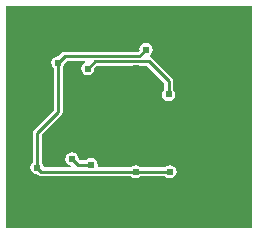
<source format=gbl>
G04*
G04 #@! TF.GenerationSoftware,Altium Limited,Altium Designer,19.0.15 (446)*
G04*
G04 Layer_Physical_Order=4*
G04 Layer_Color=16711680*
%FSLAX24Y24*%
%MOIN*%
G70*
G01*
G75*
%ADD10C,0.0098*%
%ADD40C,0.0240*%
G36*
X4297Y-3706D02*
X-3903D01*
Y3706D01*
X4297D01*
Y-3706D01*
D02*
G37*
%LPC*%
G36*
X758Y2478D02*
X672Y2461D01*
X599Y2413D01*
X551Y2340D01*
X534Y2254D01*
X535Y2246D01*
X468Y2180D01*
X-1959D01*
X-2017Y2168D01*
X-2066Y2135D01*
X-2168Y2034D01*
X-2175Y2035D01*
X-2261Y2018D01*
X-2334Y1970D01*
X-2382Y1897D01*
X-2400Y1811D01*
X-2382Y1725D01*
X-2334Y1652D01*
X-2327Y1648D01*
Y238D01*
X-2984Y-419D01*
X-3017Y-469D01*
X-3029Y-527D01*
Y-1520D01*
X-3035Y-1524D01*
X-3084Y-1597D01*
X-3101Y-1683D01*
X-3084Y-1769D01*
X-3035Y-1842D01*
X-2963Y-1890D01*
X-2877Y-1907D01*
X-2869Y-1906D01*
X-2847Y-1928D01*
X-2847Y-1928D01*
X-2797Y-1961D01*
X-2739Y-1973D01*
X-2739Y-1973D01*
X241D01*
X245Y-1979D01*
X318Y-2028D01*
X404Y-2045D01*
X489Y-2028D01*
X562Y-1979D01*
X566Y-1973D01*
X1382D01*
X1387Y-1979D01*
X1459Y-2028D01*
X1545Y-2045D01*
X1631Y-2028D01*
X1704Y-1979D01*
X1753Y-1907D01*
X1770Y-1821D01*
X1753Y-1735D01*
X1704Y-1662D01*
X1631Y-1614D01*
X1545Y-1597D01*
X1459Y-1614D01*
X1387Y-1662D01*
X1382Y-1669D01*
X566D01*
X562Y-1662D01*
X489Y-1614D01*
X404Y-1597D01*
X318Y-1614D01*
X245Y-1662D01*
X241Y-1669D01*
X-825D01*
X-866Y-1619D01*
X-858Y-1580D01*
X-875Y-1494D01*
X-924Y-1421D01*
X-997Y-1373D01*
X-1083Y-1356D01*
X-1169Y-1373D01*
X-1241Y-1421D01*
X-1246Y-1428D01*
X-1445D01*
X-1486Y-1400D01*
X-1503Y-1314D01*
X-1551Y-1241D01*
X-1624Y-1193D01*
X-1710Y-1176D01*
X-1796Y-1193D01*
X-1869Y-1241D01*
X-1917Y-1314D01*
X-1934Y-1400D01*
X-1917Y-1486D01*
X-1869Y-1559D01*
X-1796Y-1607D01*
X-1738Y-1619D01*
X-1743Y-1669D01*
X-2655D01*
X-2670Y-1597D01*
X-2718Y-1524D01*
X-2725Y-1520D01*
Y-590D01*
X-2068Y67D01*
X-2068Y67D01*
X-2035Y117D01*
X-2023Y175D01*
Y1648D01*
X-2017Y1652D01*
X-1968Y1725D01*
X-1951Y1811D01*
X-1952Y1819D01*
X-1896Y1875D01*
X-1286D01*
X-1277Y1826D01*
X-1350Y1778D01*
X-1398Y1705D01*
X-1415Y1619D01*
X-1398Y1533D01*
X-1350Y1460D01*
X-1277Y1412D01*
X-1191Y1395D01*
X-1105Y1412D01*
X-1032Y1460D01*
X-984Y1533D01*
X-967Y1619D01*
X-968Y1627D01*
X-877Y1718D01*
X784D01*
X1354Y1148D01*
Y921D01*
X1347Y916D01*
X1299Y844D01*
X1282Y758D01*
X1299Y672D01*
X1347Y599D01*
X1420Y551D01*
X1506Y534D01*
X1592Y551D01*
X1665Y599D01*
X1713Y672D01*
X1730Y758D01*
X1713Y844D01*
X1665Y916D01*
X1658Y921D01*
Y1211D01*
X1646Y1269D01*
X1613Y1318D01*
X1613Y1318D01*
X954Y1978D01*
X905Y2011D01*
X885Y2014D01*
X875Y2067D01*
X916Y2095D01*
X965Y2168D01*
X982Y2254D01*
X965Y2340D01*
X916Y2413D01*
X844Y2461D01*
X758Y2478D01*
D02*
G37*
%LPD*%
D10*
X-1191Y1619D02*
X-940Y1870D01*
X531Y2027D02*
X758Y2254D01*
X-2175Y1811D02*
X-1959Y2027D01*
X531D01*
X-940Y1870D02*
X847D01*
X1506Y1211D01*
Y758D02*
Y1211D01*
X-1700Y-1410D02*
X-1530Y-1580D01*
X-1083D01*
X-2739Y-1821D02*
X404D01*
X-2877Y-1683D02*
X-2739Y-1821D01*
X404Y-1821D02*
X1545D01*
X-2877Y-1683D02*
Y-527D01*
X-2175Y175D01*
Y1811D01*
X404Y-1821D02*
X404Y-1821D01*
D40*
X758Y2254D02*
D03*
X404Y2263D02*
D03*
X2600Y717D02*
D03*
X2913Y1053D02*
D03*
X2160Y1804D02*
D03*
X1589Y2917D02*
D03*
X404Y1634D02*
D03*
X2539Y1073D02*
D03*
X1506Y758D02*
D03*
X2204Y738D02*
D03*
X2539Y1427D02*
D03*
X-1191Y1619D02*
D03*
X2569Y-39D02*
D03*
X4176Y-79D02*
D03*
Y679D02*
D03*
X3566D02*
D03*
X3566Y-79D02*
D03*
X3490Y-3590D02*
D03*
Y-2590D02*
D03*
X2472D02*
D03*
Y-3590D02*
D03*
X2825Y-797D02*
D03*
X3570Y3590D02*
D03*
X757D02*
D03*
X4176Y-3590D02*
D03*
Y-2590D02*
D03*
Y-1590D02*
D03*
X2472D02*
D03*
X3490D02*
D03*
Y-590D02*
D03*
X4176D02*
D03*
X2570Y3590D02*
D03*
X4176D02*
D03*
X1570D02*
D03*
X4176Y2590D02*
D03*
X3570D02*
D03*
X4176Y1590D02*
D03*
X3570D02*
D03*
X-1710Y-1400D02*
D03*
X-1083Y-1580D02*
D03*
X-1020Y-2090D02*
D03*
X1496Y-2234D02*
D03*
X1208Y-3590D02*
D03*
X260D02*
D03*
X148Y-2559D02*
D03*
X-1020Y-2860D02*
D03*
X-1516Y-2864D02*
D03*
X-1020Y-3590D02*
D03*
X-1970D02*
D03*
X-1912Y-2559D02*
D03*
X-2503D02*
D03*
X-2500Y-3590D02*
D03*
X-3790Y-60D02*
D03*
X-2619Y394D02*
D03*
X-2835Y1033D02*
D03*
X-2913Y1467D02*
D03*
X-787Y2559D02*
D03*
X-2559Y2362D02*
D03*
X-719Y3590D02*
D03*
X-1575D02*
D03*
X-2559D02*
D03*
X-3790D02*
D03*
Y2362D02*
D03*
Y984D02*
D03*
Y-2470D02*
D03*
Y-3590D02*
D03*
X-2877Y-1683D02*
D03*
X-3062Y-157D02*
D03*
X-2175Y1811D02*
D03*
X-709Y1457D02*
D03*
X404Y-1821D02*
D03*
X1545Y-1821D02*
D03*
X404Y-2244D02*
D03*
X1211Y-2550D02*
D03*
X1417Y-1378D02*
D03*
X-3790Y-1330D02*
D03*
X-2542D02*
D03*
X-709Y709D02*
D03*
X-236D02*
D03*
X236D02*
D03*
X709D02*
D03*
X-709Y236D02*
D03*
X-236D02*
D03*
X236D02*
D03*
X709D02*
D03*
X-709Y-236D02*
D03*
X-236D02*
D03*
X236D02*
D03*
X709D02*
D03*
X-709Y-709D02*
D03*
X-236D02*
D03*
X236D02*
D03*
X709D02*
D03*
X-1610Y1760D02*
D03*
X-1580Y2520D02*
D03*
M02*

</source>
